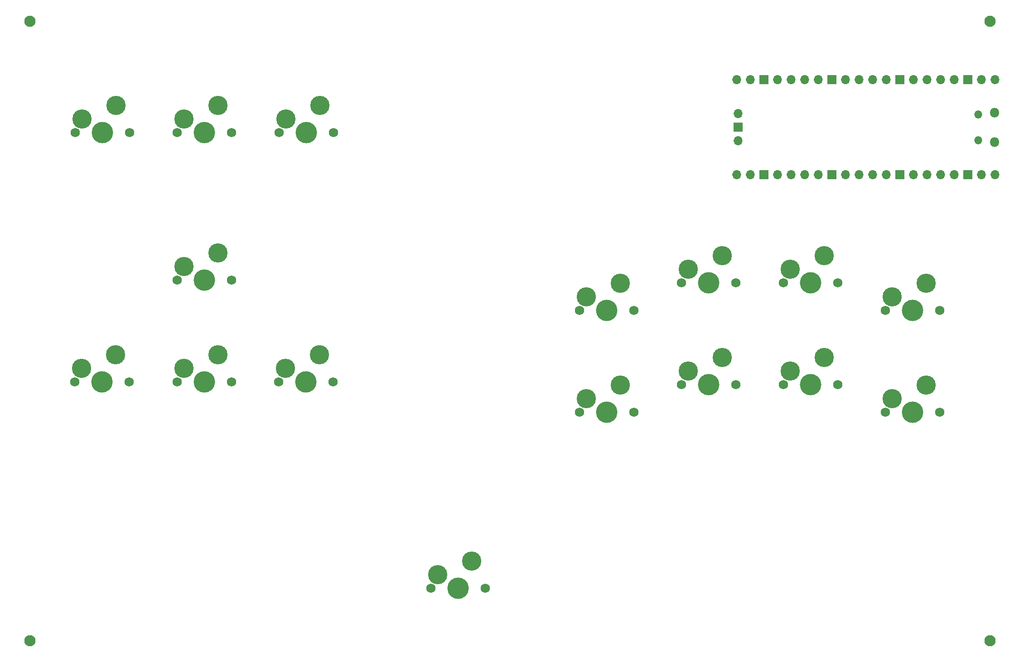
<source format=gbr>
%TF.GenerationSoftware,KiCad,Pcbnew,7.0.5*%
%TF.CreationDate,2023-06-07T11:30:10+08:00*%
%TF.ProjectId,JosEffigy-All-Keyboard-Mixbox,4a6f7345-6666-4696-9779-2d416c6c2d4b,rev?*%
%TF.SameCoordinates,Original*%
%TF.FileFunction,Soldermask,Top*%
%TF.FilePolarity,Negative*%
%FSLAX46Y46*%
G04 Gerber Fmt 4.6, Leading zero omitted, Abs format (unit mm)*
G04 Created by KiCad (PCBNEW 7.0.5) date 2023-06-07 11:30:10*
%MOMM*%
%LPD*%
G01*
G04 APERTURE LIST*
%ADD10C,2.100000*%
%ADD11C,1.750000*%
%ADD12C,4.000000*%
%ADD13C,3.600000*%
%ADD14O,1.800000X1.800000*%
%ADD15O,1.500000X1.500000*%
%ADD16O,1.700000X1.700000*%
%ADD17R,1.700000X1.700000*%
G04 APERTURE END LIST*
D10*
%TO.C,REF\u002A\u002A*%
X230187500Y-156368750D03*
%TD*%
%TO.C,REF\u002A\u002A*%
X50800000Y-156368750D03*
%TD*%
%TO.C,REF\u002A\u002A*%
X50800000Y-40481250D03*
%TD*%
%TO.C,REF\u002A\u002A*%
X230187500Y-40481250D03*
%TD*%
D11*
%TO.C,MX3*%
X97261700Y-107955400D03*
D12*
X102341700Y-107955400D03*
D11*
X107421700Y-107955400D03*
D13*
X98531700Y-105415400D03*
X104881700Y-102875400D03*
%TD*%
D11*
%TO.C,MX6*%
X78263700Y-61277500D03*
D12*
X83343700Y-61277500D03*
D11*
X88423700Y-61277500D03*
D13*
X79533700Y-58737500D03*
X85883700Y-56197500D03*
%TD*%
D11*
%TO.C,MX1*%
X59161800Y-107955400D03*
D12*
X64241800Y-107955400D03*
D11*
X69321800Y-107955400D03*
D13*
X60431800Y-105415400D03*
X66781800Y-102875400D03*
%TD*%
D11*
%TO.C,MX16*%
X210661200Y-94615000D03*
D12*
X215741200Y-94615000D03*
D11*
X220821200Y-94615000D03*
D13*
X211931200Y-92075000D03*
X218281200Y-89535000D03*
%TD*%
D11*
%TO.C,MX2*%
X78263800Y-107950000D03*
D12*
X83343800Y-107950000D03*
D11*
X88423800Y-107950000D03*
D13*
X79533800Y-105410000D03*
X85883800Y-102870000D03*
%TD*%
D11*
%TO.C,MX7*%
X97313700Y-61277500D03*
D12*
X102393700Y-61277500D03*
D11*
X107473700Y-61277500D03*
D13*
X98583700Y-58737500D03*
X104933700Y-56197500D03*
%TD*%
D11*
%TO.C,MX5*%
X59213700Y-61277500D03*
D12*
X64293700Y-61277500D03*
D11*
X69373700Y-61277500D03*
D13*
X60483700Y-58737500D03*
X66833700Y-56197500D03*
%TD*%
D11*
%TO.C,MX4*%
X78263800Y-88900000D03*
D12*
X83343800Y-88900000D03*
D11*
X88423800Y-88900000D03*
D13*
X79533800Y-86360000D03*
X85883800Y-83820000D03*
%TD*%
D11*
%TO.C,MX12*%
X210661200Y-113665000D03*
D12*
X215741200Y-113665000D03*
D11*
X220821200Y-113665000D03*
D13*
X211931200Y-111125000D03*
X218281200Y-108585000D03*
%TD*%
D11*
%TO.C,MX10*%
X172561200Y-108426200D03*
D12*
X177641200Y-108426200D03*
D11*
X182721200Y-108426200D03*
D13*
X173831200Y-105886200D03*
X180181200Y-103346200D03*
%TD*%
D11*
%TO.C,MX8*%
X125730000Y-146526200D03*
D12*
X130810000Y-146526200D03*
D11*
X135890000Y-146526200D03*
D13*
X127000000Y-143986200D03*
X133350000Y-141446200D03*
%TD*%
D11*
%TO.C,MX14*%
X172561200Y-89376200D03*
D12*
X177641200Y-89376200D03*
D11*
X182721200Y-89376200D03*
D13*
X173831200Y-86836200D03*
X180181200Y-84296200D03*
%TD*%
D11*
%TO.C,MX11*%
X191611200Y-108426200D03*
D12*
X196691200Y-108426200D03*
D11*
X201771200Y-108426200D03*
D13*
X192881200Y-105886200D03*
X199231200Y-103346200D03*
%TD*%
D11*
%TO.C,MX13*%
X153511200Y-94615000D03*
D12*
X158591200Y-94615000D03*
D11*
X163671200Y-94615000D03*
D13*
X154781200Y-92075000D03*
X161131200Y-89535000D03*
%TD*%
D11*
%TO.C,MX15*%
X191611200Y-89376200D03*
D12*
X196691200Y-89376200D03*
D11*
X201771200Y-89376200D03*
D13*
X192881200Y-86836200D03*
X199231200Y-84296200D03*
%TD*%
D11*
%TO.C,MX9*%
X153511200Y-113665000D03*
D12*
X158591200Y-113665000D03*
D11*
X163671200Y-113665000D03*
D13*
X154781200Y-111125000D03*
X161131200Y-108585000D03*
%TD*%
D14*
%TO.C,U1*%
X231010000Y-63050000D03*
D15*
X227980000Y-62750000D03*
X227980000Y-57900000D03*
D14*
X231010000Y-57600000D03*
D16*
X231140000Y-69215000D03*
X228600000Y-69215000D03*
D17*
X226060000Y-69215000D03*
D16*
X223520000Y-69215000D03*
X220980000Y-69215000D03*
X218440000Y-69215000D03*
X215900000Y-69215000D03*
D17*
X213360000Y-69215000D03*
D16*
X210820000Y-69215000D03*
X208280000Y-69215000D03*
X205740000Y-69215000D03*
X203200000Y-69215000D03*
D17*
X200660000Y-69215000D03*
D16*
X198120000Y-69215000D03*
X195580000Y-69215000D03*
X193040000Y-69215000D03*
X190500000Y-69215000D03*
D17*
X187960000Y-69215000D03*
D16*
X185420000Y-69215000D03*
X182880000Y-69215000D03*
X182880000Y-51435000D03*
X185420000Y-51435000D03*
D17*
X187960000Y-51435000D03*
D16*
X190500000Y-51435000D03*
X193040000Y-51435000D03*
X195580000Y-51435000D03*
X198120000Y-51435000D03*
D17*
X200660000Y-51435000D03*
D16*
X203200000Y-51435000D03*
X205740000Y-51435000D03*
X208280000Y-51435000D03*
X210820000Y-51435000D03*
D17*
X213360000Y-51435000D03*
D16*
X215900000Y-51435000D03*
X218440000Y-51435000D03*
X220980000Y-51435000D03*
X223520000Y-51435000D03*
D17*
X226060000Y-51435000D03*
D16*
X228600000Y-51435000D03*
X231140000Y-51435000D03*
X183110000Y-62865000D03*
D17*
X183110000Y-60325000D03*
D16*
X183110000Y-57785000D03*
%TD*%
M02*

</source>
